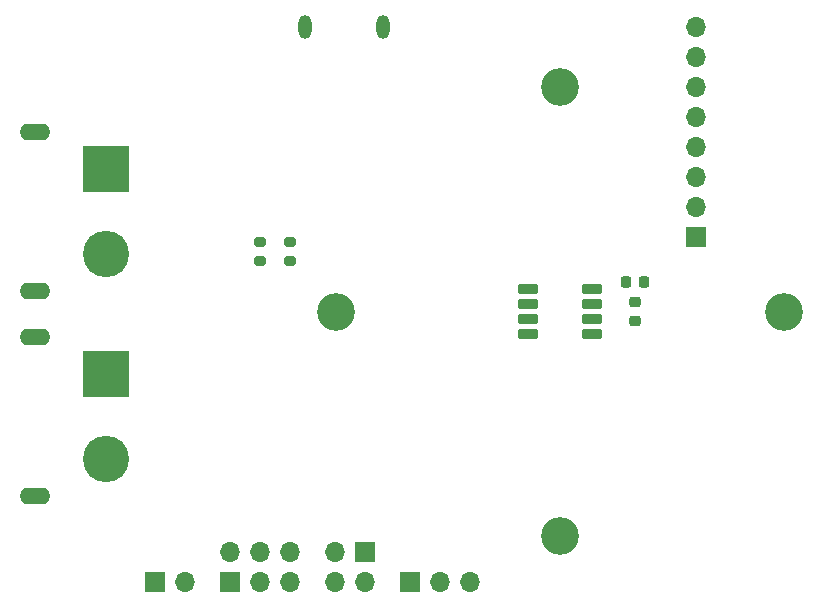
<source format=gbr>
%TF.GenerationSoftware,KiCad,Pcbnew,8.0.4*%
%TF.CreationDate,2024-11-29T22:55:19-05:00*%
%TF.ProjectId,foc_pcb,666f635f-7063-4622-9e6b-696361645f70,2.0*%
%TF.SameCoordinates,Original*%
%TF.FileFunction,Soldermask,Bot*%
%TF.FilePolarity,Negative*%
%FSLAX46Y46*%
G04 Gerber Fmt 4.6, Leading zero omitted, Abs format (unit mm)*
G04 Created by KiCad (PCBNEW 8.0.4) date 2024-11-29 22:55:19*
%MOMM*%
%LPD*%
G01*
G04 APERTURE LIST*
G04 Aperture macros list*
%AMRoundRect*
0 Rectangle with rounded corners*
0 $1 Rounding radius*
0 $2 $3 $4 $5 $6 $7 $8 $9 X,Y pos of 4 corners*
0 Add a 4 corners polygon primitive as box body*
4,1,4,$2,$3,$4,$5,$6,$7,$8,$9,$2,$3,0*
0 Add four circle primitives for the rounded corners*
1,1,$1+$1,$2,$3*
1,1,$1+$1,$4,$5*
1,1,$1+$1,$6,$7*
1,1,$1+$1,$8,$9*
0 Add four rect primitives between the rounded corners*
20,1,$1+$1,$2,$3,$4,$5,0*
20,1,$1+$1,$4,$5,$6,$7,0*
20,1,$1+$1,$6,$7,$8,$9,0*
20,1,$1+$1,$8,$9,$2,$3,0*%
G04 Aperture macros list end*
%ADD10R,1.700000X1.700000*%
%ADD11O,1.700000X1.700000*%
%ADD12O,1.104000X2.004000*%
%ADD13RoundRect,0.102000X1.858000X-1.858000X1.858000X1.858000X-1.858000X1.858000X-1.858000X-1.858000X0*%
%ADD14C,3.920000*%
%ADD15O,2.604000X1.404000*%
%ADD16C,3.200000*%
%ADD17RoundRect,0.225000X-0.250000X0.225000X-0.250000X-0.225000X0.250000X-0.225000X0.250000X0.225000X0*%
%ADD18RoundRect,0.225000X-0.225000X-0.250000X0.225000X-0.250000X0.225000X0.250000X-0.225000X0.250000X0*%
%ADD19RoundRect,0.102000X0.750000X0.325000X-0.750000X0.325000X-0.750000X-0.325000X0.750000X-0.325000X0*%
%ADD20RoundRect,0.200000X0.275000X-0.200000X0.275000X0.200000X-0.275000X0.200000X-0.275000X-0.200000X0*%
G04 APERTURE END LIST*
D10*
%TO.C,J4*%
X231140000Y-143510000D03*
D11*
X231140000Y-146050000D03*
X228600000Y-143510000D03*
X228600000Y-146050000D03*
%TD*%
D12*
%TO.C,J12*%
X232660000Y-99060000D03*
X226060000Y-99060000D03*
%TD*%
D13*
%TO.C,J5*%
X209200000Y-128480000D03*
D14*
X209200000Y-135680000D03*
D15*
X203200000Y-125330000D03*
X203200000Y-138830000D03*
%TD*%
D10*
%TO.C,J1*%
X259140000Y-116870000D03*
D11*
X259140000Y-114330000D03*
X259140000Y-111790000D03*
X259140000Y-109250000D03*
X259140000Y-106710000D03*
X259140000Y-104170000D03*
X259140000Y-101630000D03*
X259140000Y-99090000D03*
%TD*%
D10*
%TO.C,J3*%
X234950000Y-146050000D03*
D11*
X237490000Y-146050000D03*
X240030000Y-146050000D03*
%TD*%
D16*
%TO.C,H2*%
X247650000Y-104190000D03*
%TD*%
%TO.C,H4*%
X266650000Y-123190000D03*
%TD*%
D10*
%TO.C,J2*%
X213360000Y-146050000D03*
D11*
X215900000Y-146050000D03*
%TD*%
D13*
%TO.C,J6*%
X209200000Y-111100000D03*
D14*
X209200000Y-118300000D03*
D15*
X203200000Y-107950000D03*
X203200000Y-121450000D03*
%TD*%
D16*
%TO.C,H3*%
X247650000Y-142190000D03*
%TD*%
%TO.C,H1*%
X228650000Y-123190000D03*
%TD*%
D10*
%TO.C,J10*%
X219710000Y-146050000D03*
D11*
X219710000Y-143510000D03*
X222250000Y-146050000D03*
X222250000Y-143510000D03*
X224790000Y-146050000D03*
X224790000Y-143510000D03*
%TD*%
D17*
%TO.C,C14*%
X254000000Y-122415000D03*
X254000000Y-123965000D03*
%TD*%
D18*
%TO.C,C13*%
X253225000Y-120650000D03*
X254775000Y-120650000D03*
%TD*%
D19*
%TO.C,IC1*%
X250350000Y-121285000D03*
X250350000Y-122555000D03*
X250350000Y-123825000D03*
X250350000Y-125095000D03*
X244950000Y-125095000D03*
X244950000Y-123825000D03*
X244950000Y-122555000D03*
X244950000Y-121285000D03*
%TD*%
D20*
%TO.C,R9*%
X222250000Y-118935000D03*
X222250000Y-117285000D03*
%TD*%
%TO.C,R11*%
X224790000Y-118935000D03*
X224790000Y-117285000D03*
%TD*%
M02*

</source>
